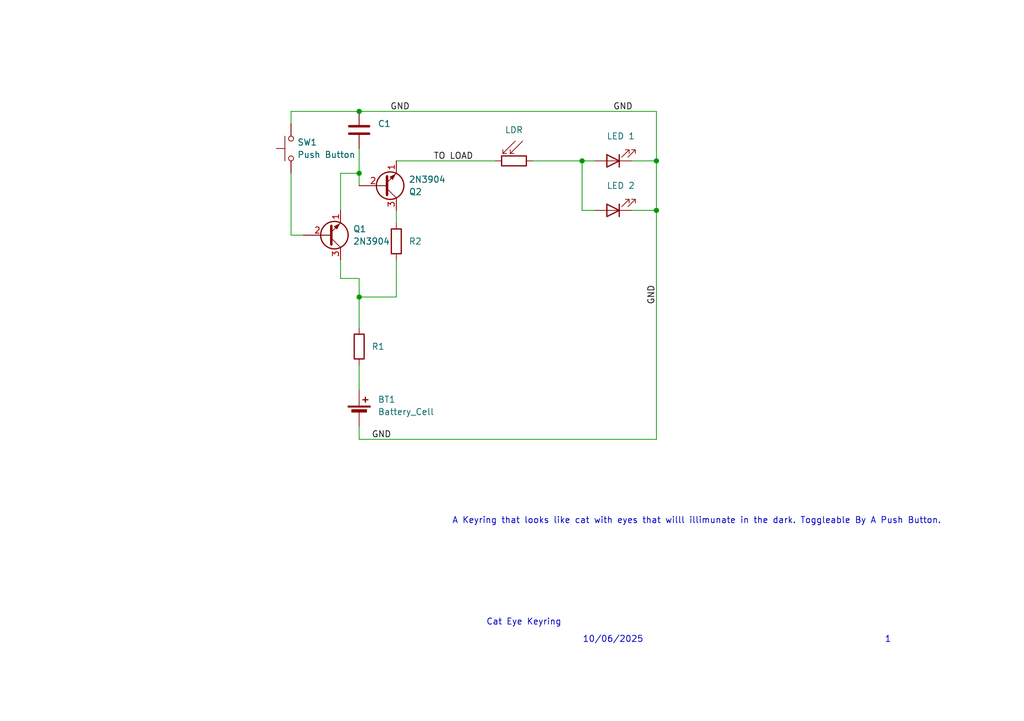
<source format=kicad_sch>
(kicad_sch (version 20231120) (generator "eeschema") (generator_version "8.0")
  (paper "A5")
  (lib_symbols
    (symbol "Device:Battery_Cell" (pin_numbers hide) (pin_names (offset 0) hide)
      (property "Reference" "BT" (at 2.54 2.54 0))
      (property "Value" "Battery_Cell" (at 2.54 0 0))
      (symbol "Battery_Cell_0_1"
        (rectangle (start -2.286 1.778) (end 2.286 1.524) (fill (type outline)))
        (rectangle (start -1.524 1.016) (end 1.524 0.508) (fill (type outline)))
        (polyline (pts (xy 0 0.762) (xy 0 0)))
        (polyline (pts (xy 0 1.778) (xy 0 2.54)))
        (polyline (pts (xy 0.762 3.048) (xy 1.778 3.048)) (stroke (width 0.254)))
        (polyline (pts (xy 1.27 3.556) (xy 1.27 2.54)) (stroke (width 0.254)))
      )
      (symbol "Battery_Cell_1_1"
        (pin passive line (at 0 5.08 270) (length 2.54) (name "+") (number "1"))
        (pin passive line (at 0 -2.54 90) (length 2.54) (name "-") (number "2"))
      )
    )
    (symbol "Device:C" (pin_numbers hide) (pin_names (offset 0.254))
      (property "Reference" "C" (at 0.635 2.54 0))
      (property "Value" "C" (at 0.635 -2.54 0))
      (symbol "C_0_1"
        (polyline (pts (xy -2.032 -0.762) (xy 2.032 -0.762)) (stroke (width 0.508)))
        (polyline (pts (xy -2.032 0.762) (xy 2.032 0.762)) (stroke (width 0.508)))
      )
      (symbol "C_1_1"
        (pin passive line (at 0 3.81 270) (length 2.794) (name "~") (number "1"))
        (pin passive line (at 0 -3.81 90) (length 2.794) (name "~") (number "2"))
      )
    )
    (symbol "Device:LED" (pin_numbers hide) (pin_names (offset 1.016) hide)
      (property "Reference" "D" (at 0 2.54 0))
      (property "Value" "LED" (at 0 -2.54 0))
      (symbol "LED_0_1"
        (polyline (pts (xy -1.27 -1.27) (xy -1.27 1.27)) (stroke (width 0.254)))
        (polyline (pts (xy -1.27 0) (xy 1.27 0)))
        (polyline (pts (xy 1.27 -1.27) (xy 1.27 1.27) (xy -1.27 0) (xy 1.27 -1.27)) (stroke (width 0.254)))
        (polyline (pts (xy -3.048 -0.762) (xy -4.572 -2.286) (xy -3.81 -2.286) (xy -4.572 -2.286) (xy -4.572 -1.524)))
        (polyline (pts (xy -1.778 -0.762) (xy -3.302 -2.286) (xy -2.54 -2.286) (xy -3.302 -2.286) (xy -3.302 -1.524)))
      )
      (symbol "LED_1_1"
        (pin passive line (at -3.81 0 0) (length 2.54) (name "K") (number "1"))
        (pin passive line (at 3.81 0 180) (length 2.54) (name "A") (number "2"))
      )
    )
    (symbol "Device:R" (pin_numbers hide) (pin_names (offset 0))
      (property "Reference" "R" (at 2.032 0 90))
      (property "Value" "R" (at 0 0 90))
      (symbol "R_0_1"
        (rectangle (start -1.016 -2.54) (end 1.016 2.54) (stroke (width 0.254)))
      )
      (symbol "R_1_1"
        (pin passive line (at 0 3.81 270) (length 1.27) (name "~") (number "1"))
        (pin passive line (at 0 -3.81 90) (length 1.27) (name "~") (number "2"))
      )
    )
    (symbol "Device:R_Photo" (pin_numbers hide) (pin_names (offset 0))
      (property "Reference" "R" (at 1.27 1.27 0))
      (property "Value" "R_Photo" (at 1.27 0 0))
      (symbol "R_Photo_0_1"
        (rectangle (start -1.016 2.54) (end 1.016 -2.54) (stroke (width 0.254)))
        (polyline (pts (xy -1.524 -2.286) (xy -4.064 0.254)))
        (polyline (pts (xy -1.524 -2.286) (xy -2.286 -2.286)))
        (polyline (pts (xy -1.524 -2.286) (xy -1.524 -1.524)))
        (polyline (pts (xy -1.524 -0.762) (xy -4.064 1.778)))
        (polyline (pts (xy -1.524 -0.762) (xy -2.286 -0.762)))
        (polyline (pts (xy -1.524 -0.762) (xy -1.524 0)))
      )
      (symbol "R_Photo_1_1"
        (pin passive line (at 0 3.81 270) (length 1.27) (name "~") (number "1"))
        (pin passive line (at 0 -3.81 90) (length 1.27) (name "~") (number "2"))
      )
    )
    (symbol "Switch:SW_Push" (pin_numbers hide) (pin_names (offset 1.016) hide)
      (property "Reference" "SW" (at 1.27 2.54 0))
      (property "Value" "SW_Push" (at 0 -1.524 0))
      (symbol "SW_Push_0_1"
        (circle (center -2.032 0) (radius 0.508))
        (polyline (pts (xy 0 1.27) (xy 0 3.048)))
        (polyline (pts (xy 2.54 1.27) (xy -2.54 1.27)))
        (circle (center 2.032 0) (radius 0.508))
        (pin passive line (at -5.08 0 0) (length 2.54) (name "1") (number "1"))
        (pin passive line (at 5.08 0 180) (length 2.54) (name "2") (number "2"))
      )
    )
    (symbol "Transistor_BJT:2N3904" (pin_names (offset 0) hide)
      (property "Reference" "Q" (at 5.08 1.905 0))
      (property "Value" "2N3904" (at 5.08 0 0))
      (symbol "2N3904_0_1"
        (polyline (pts (xy 0.635 0.635) (xy 2.54 2.54)))
        (polyline (pts (xy 0.635 -0.635) (xy 2.54 -2.54) (xy 2.54 -2.54)))
        (polyline (pts (xy 0.635 1.905) (xy 0.635 -1.905) (xy 0.635 -1.905)) (stroke (width 0.508)))
        (polyline (pts (xy 1.27 -1.778) (xy 1.778 -1.27) (xy 2.286 -2.286) (xy 1.27 -1.778) (xy 1.27 -1.778)) (fill (type outline)))
        (circle (center 1.27 0) (radius 2.8194) (stroke (width 0.254)))
      )
      (symbol "2N3904_1_1"
        (pin passive line (at 2.54 -5.08 90) (length 2.54) (name "E") (number "1"))
        (pin passive line (at -5.08 0 0) (length 5.715) (name "B") (number "2"))
        (pin passive line (at 2.54 5.08 270) (length 2.54) (name "C") (number "3"))
      )
    )
  )
  (junction (at 73.66 60.96))
  (junction (at 134.62 33.02))
  (junction (at 73.66 22.86))
  (junction (at 119.38 33.02))
  (junction (at 134.62 43.18))
  (junction (at 73.66 35.56))
  (wire (pts (xy 119.38 33.02) (xy 121.92 33.02)))
  (wire (pts (xy 59.69 22.86) (xy 73.66 22.86)))
  (wire (pts (xy 81.28 43.18) (xy 81.28 45.72)))
  (wire (pts (xy 69.85 43.18) (xy 69.85 35.56)))
  (wire (pts (xy 109.22 33.02) (xy 119.38 33.02)))
  (wire (pts (xy 134.62 43.18) (xy 134.62 90.17)))
  (wire (pts (xy 134.62 33.02) (xy 134.62 43.18)))
  (wire (pts (xy 73.66 22.86) (xy 134.62 22.86)))
  (wire (pts (xy 129.54 33.02) (xy 134.62 33.02)))
  (wire (pts (xy 73.66 67.31) (xy 73.66 60.96)))
  (wire (pts (xy 69.85 35.56) (xy 73.66 35.56)))
  (wire (pts (xy 81.28 33.02) (xy 101.6 33.02)))
  (wire (pts (xy 73.66 30.48) (xy 73.66 35.56)))
  (wire (pts (xy 73.66 57.15) (xy 73.66 60.96)))
  (wire (pts (xy 73.66 57.15) (xy 69.85 57.15)))
  (wire (pts (xy 119.38 43.18) (xy 121.92 43.18)))
  (wire (pts (xy 81.28 53.34) (xy 81.28 60.96)))
  (wire (pts (xy 59.69 35.56) (xy 59.69 48.26)))
  (wire (pts (xy 73.66 35.56) (xy 73.66 38.1)))
  (wire (pts (xy 134.62 43.18) (xy 129.54 43.18)))
  (wire (pts (xy 62.23 48.26) (xy 59.69 48.26)))
  (wire (pts (xy 69.85 57.15) (xy 69.85 53.34)))
  (wire (pts (xy 73.66 60.96) (xy 81.28 60.96)))
  (wire (pts (xy 59.69 25.4) (xy 59.69 22.86)))
  (wire (pts (xy 73.66 87.63) (xy 73.66 90.17)))
  (wire (pts (xy 134.62 22.86) (xy 134.62 33.02)))
  (wire (pts (xy 134.62 90.17) (xy 73.66 90.17)))
  (wire (pts (xy 119.38 33.02) (xy 119.38 43.18)))
  (wire (pts (xy 73.66 74.93) (xy 73.66 80.01)))
  (text "Cat Eye Keyring" (at 107.442 127.762 0) (effects (font (size 1.27 1.27))))
  (text "1" (at 182.118 131.318 0) (effects (font (size 1.27 1.27))))
  (text "10/06/2025" (at 125.73 131.318 0) (effects (font (size 1.27 1.27))))
  (text "A Keyring that looks like cat with eyes that willl illimunate in the dark. Toggleable By A Push Button." (at 92.71 106.934 0) (effects (font (size 1.27 1.27)) (justify left)))
  (label "TO LOAD" (at 88.9 33.02 0))
  (label "GND" (at 80.01 22.86 0))
  (label "GND" (at 134.62 58.42 270))
  (label "GND" (at 125.73 22.86 0))
  (label "GND" (at 76.2 90.17 0))
  (symbol (lib_id "Transistor_BJT:2N3904") (at 78.74 38.1 0) (mirror x) (unit 1)
    (property "Reference" "Q2" (at 83.82 39.3701 0) (effects (justify left)))
    (property "Value" "2N3904" (at 83.82 36.8301 0) (effects (justify left)))
    (property "Footprint" "Package_TO_SOT_THT:TO-92_Inline" (effects (hide yes)))
    (property "Datasheet" "https://www.onsemi.com/pub/Collateral/2N3903-D.PDF" (effects (hide yes)))
    (property "Description" "0.2A Ic, 40V Vce, Small Signal NPN Transistor, TO-92" (effects (hide yes)))
  )
  (symbol (lib_id "Device:LED") (at 125.73 43.18 180) (unit 1)
    (property "Reference" "D2" (effects (hide yes)))
    (property "Value" "LED 2" (at 127.3175 38.1 0))
    (property "Footprint" "LED_THT:LED_D5.0mm" (effects (hide yes)))
    (property "Description" "Light emitting diode" (effects (hide yes)))
  )
  (symbol (lib_id "Device:Battery_Cell") (at 73.66 85.09 0) (unit 1)
    (property "Reference" "BT1" (at 77.47 81.9784 0) (effects (justify left)))
    (property "Value" "Battery_Cell" (at 77.47 84.5184 0) (effects (justify left)))
    (property "Footprint" "Battery:BatteryHolder_Keystone_3034_1x20mm" (effects (hide yes)))
    (property "Description" "Single-cell battery" (effects (hide yes)))
  )
  (symbol (lib_id "Device:R_Photo") (at 105.41 33.02 270) (unit 1)
    (property "Reference" "R1" (effects (hide yes)))
    (property "Value" "LDR" (at 105.41 26.67 90))
    (property "Footprint" "OptoDevice:R_LDR_5.1x4.3mm_P3.4mm_Vertical" (effects (hide yes)))
    (property "Description" "Photoresistor" (effects (hide yes)))
  )
  (symbol (lib_id "Device:C") (at 73.66 26.67 0) (unit 1)
    (property "Reference" "C1" (at 77.47 25.3999 0) (effects (justify left)))
    (property "Value" "C" (effects (hide yes)))
    (property "Footprint" "Capacitor_THT:CP_Radial_D8.0mm_P5.00mm" (effects (hide yes)))
    (property "Description" "Unpolarized capacitor" (effects (hide yes)))
  )
  (symbol (lib_id "Switch:SW_Push") (at 59.69 30.48 90) (unit 1)
    (property "Reference" "SW1" (at 60.96 29.2099 90) (effects (justify right)))
    (property "Value" "Push Button" (at 60.96 31.7499 90) (effects (justify right)))
    (property "Footprint" "Button_Switch_THT:SW_PUSH_6mm" (effects (hide yes)))
    (property "Description" "Push button switch, generic, two pins" (effects (hide yes)))
  )
  (symbol (lib_id "Transistor_BJT:2N3904") (at 67.31 48.26 0) (mirror x) (unit 1)
    (property "Reference" "Q1" (at 72.39 46.9899 0) (effects (justify left)))
    (property "Value" "2N3904" (at 72.39 49.5299 0) (effects (justify left)))
    (property "Footprint" "Package_TO_SOT_THT:TO-92_Inline" (effects (hide yes)))
    (property "Datasheet" "https://www.onsemi.com/pub/Collateral/2N3903-D.PDF" (effects (hide yes)))
    (property "Description" "0.2A Ic, 40V Vce, Small Signal NPN Transistor, TO-92" (effects (hide yes)))
  )
  (symbol (lib_id "Device:R") (at 73.66 71.12 0) (unit 1)
    (property "Reference" "R3" (effects (hide yes)))
    (property "Value" "R1" (at 76.2 71.1199 0) (effects (justify left)))
    (property "Footprint" "Resistor_THT:R_Axial_DIN0207_L6.3mm_D2.5mm_P7.62mm_Horizontal" (effects (hide yes)))
    (property "Description" "Resistor" (effects (hide yes)))
  )
  (symbol (lib_id "Device:R") (at 81.28 49.53 0) (unit 1)
    (property "Reference" "R2" (at 83.82 49.5299 0) (effects (justify left)))
    (property "Value" "R" (effects (hide yes)))
    (property "Footprint" "Resistor_THT:R_Axial_DIN0207_L6.3mm_D2.5mm_P7.62mm_Horizontal" (effects (hide yes)))
    (property "Description" "Resistor" (effects (hide yes)))
  )
  (symbol (lib_id "Device:LED") (at 125.73 33.02 180) (unit 1)
    (property "Reference" "D1" (effects (hide yes)))
    (property "Value" "LED 1" (at 127.3175 27.94 0))
    (property "Footprint" "LED_THT:LED_D5.0mm" (effects (hide yes)))
    (property "Description" "Light emitting diode" (effects (hide yes)))
  )
)
</source>
